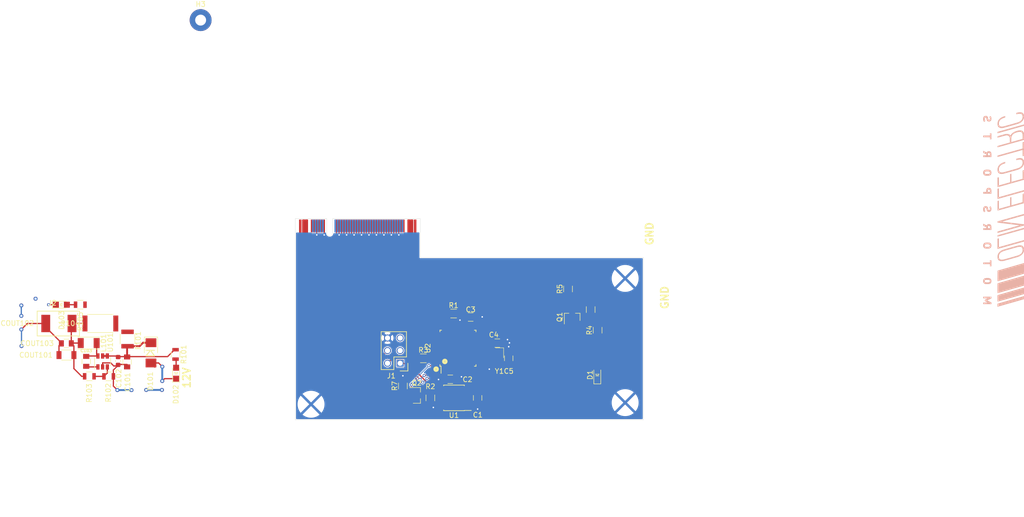
<source format=kicad_pcb>
(kicad_pcb (version 20211014) (generator pcbnew)
  (layers (0 "F.Cu" signal) (31 "B.Cu" signal) (34 "B.Paste" user) (35 "F.Paste" user) (36 "B.SilkS" user "B.Silkscreen") (37 "F.SilkS" user "F.Silkscreen") (38 "B.Mask" user) (39 "F.Mask" user) (44 "Edge.Cuts" user))
  (net 0 "")
  (net 1 "GND")
  (net 2 "Net-(C101-Pad1)")
  (net 3 "Net-(C103-Pad2)")
  (net 4 "Net-(C103-Pad1)")
  (net 5 "Net-(COUT101-Pad1)")
  (net 6 "Net-(D102-Pad2)")
  (net 7 "Net-(D103-Pad2)")
  (net 8 "Net-(R102-Pad1)")
  (net 9 "+5V")
  (net 10 "+BATT")
  (net 11 "Net-(C3-Pad1)")
  (net 12 "Net-(C4-Pad1)")
  (net 13 "Net-(C5-Pad1)")
  (net 14 "/MISO")
  (net 15 "/SCK")
  (net 16 "/MOSI")
  (net 17 "/RESET")
  (net 18 "/CAN_+")
  (net 19 "/CAN_-")
  (net 20 "/CAN_TX")
  (net 21 "/CAN_RX")
  (net 23 "Net-(D1-Pad2)")
  (net 26 "/PB0")
  (net 27 "/PB1")
  (net 28 "/PB2")
  (net 29 "/PB3")
  (net 30 "/PB4")
  (net 31 "/PB5")
  (net 33 "/PB6")
  (net 34 "/PB7")
  (net 35 "/PC0")
  (net 36 "/PC1")
  (net 37 "/PC4")
  (net 38 "/PC5")
  (net 39 "/PC6")
  (net 40 "/PC7")
  (net 41 "/PD0")
  (net 42 "/PD5")
  (net 78 "/SHDN_IN")
  (net 79 "/SHDN_OUT")
  (net 81 "/SHDN_SENSE")
  (net 82 "/CAN_TERM_EN")
  (net 83 "Net-(Q2-Pad3)")
  (net 84 "/PD7")
  (footprint "footprints:Fuse_1210" (layer "F.Cu") (at 50.959 161.196 90)
    (fp_text reference "F101")
    (fp_text value "F_500mA_16V" hide)
  )
  (footprint "footprints:R_2512_OEM" (layer "F.Cu") (at 45.4968 158.06892 180)
    (fp_text reference "R104")
    (fp_text value "R_0_2512" hide)
  )
  (footprint "footprints:SOT-23-6_OEM" (layer "F.Cu") (at 45.9474 165.7092 90)
    (fp_text reference "U101")
    (fp_text value "TPS560430YF" hide)
  )
  (footprint "footprints:R_0805_OEM" (layer "F.Cu") (at 41.4566 154.2906 180)
    (fp_text reference "R105")
    (fp_text value "R_200" hide)
  )
  (footprint "footprints:R_0805_OEM" (layer "F.Cu") (at 47.16678 168.71152)
    (fp_text reference "R102")
    (fp_text value "R_25K" hide)
  )
  (footprint "footprints:Fuse_1812" (layer "F.Cu") (at 39.7957 158.074 180)
    (fp_text reference "COUT102")
    (fp_text value "C_33uF" hide)
  )
  (footprint "footprints:C_0805_OEM" (layer "F.Cu") (at 38.6527 162.0745 180)
    (fp_text reference "COUT103")
    (fp_text value "C_47uF" hide)
  )
  (footprint "footprints:DO-214AA" (layer "F.Cu") (at 55.6707 163.9795 -90)
    (fp_text reference "D101")
    (fp_text value "D_Zener_18V" hide)
  )
  (footprint "footprints:LED_0805_OEM" (layer "F.Cu") (at 37.6566 154.2906)
    (fp_text reference "D103")
    (fp_text value "LED_0805" hide)
  )
  (footprint "footprints:C_1206_OEM" (layer "F.Cu") (at 38.6767 164.424 180)
    (fp_text reference "COUT101")
    (fp_text value "C_22uF" hide)
  )
  (footprint "footprints:LED_0805_OEM" (layer "F.Cu") (at 60.725 168.075 90)
    (fp_text reference "D102")
    (fp_text value "LED_0805" hide)
  )
  (footprint "footprints:C_0805_OEM" (layer "F.Cu") (at 42.6532 165.694 90)
    (fp_text reference "C103")
    (fp_text value "C_0.1uF" hide)
  )
  (footprint "footprints:R_0805_OEM" (layer "F.Cu") (at 43.28058 168.69628)
    (fp_text reference "R103")
    (fp_text value "R_100K" hide)
  )
  (footprint "footprints:C_0805_OEM" (layer "F.Cu") (at 50.87264 165.805 -90)
    (fp_text reference "C101")
    (fp_text value "C_0.1uF" hide)
  )
  (footprint "footprints:C_0603_1608Metric" (layer "F.Cu") (at 49.0667 165.6145 -90)
    (fp_text reference "C102")
    (fp_text value "C_2.2uF")
  )
  (footprint "footprints:L_100uH_OEM" (layer "F.Cu") (at 43.1483 162.00846 180)
    (fp_text reference "L101")
    (fp_text value "L_100uH" hide)
  )
  (footprint "footprints:R_0805_OEM" (layer "F.Cu") (at 60.611 164.297 -90)
    (fp_text reference "R101")
    (fp_text value "R_1K" hide)
  )
  (footprint "footprints:LED_0805_OEM" (layer "F.Cu") (at 145.4 168.425 90)
    (fp_text reference "D1")
    (fp_text value "LED_0805" hide)
  )
  (footprint "footprints:Automotive_M.2_Edge_Connector" (layer "F.Cu") (at 97.2338 136.9554)
    (fp_text reference "J2")
    (fp_text value "M.2_BoardEdge" hide)
    (fp_line (start -12.55 0) (end -6.225 0) (layer "Edge.Cuts") (width 0.05))
    (fp_line (start -6.225 2.9) (end -6.225 0) (layer "Edge.Cuts") (width 0.05))
    (fp_line (start -12.55 0) (end -12.55 6.5) (layer "Edge.Cuts") (width 0.05))
    (fp_line (start -5.025 0) (end 12.55 0) (layer "Edge.Cuts") (width 0.05))
    (fp_line (start -5.025 2.9) (end -5.025 0) (layer "Edge.Cuts") (width 0.05))
    (fp_line (start 12.55 0) (end 12.55 6.5) (layer "Edge.Cuts") (width 0.05))
    (fp_arc (start -5.025 2.9) (mid -5.625 3.5) (end -6.225 2.9) (layer "Edge.Cuts") (width 0.05))
  )
  (footprint "footprints:SOIC-8_3.9x4.9mm_Pitch1.27mm_OEM" (layer "F.Cu") (at 116.589523 173.044141 180)
    (fp_text reference "U1")
    (fp_text value "MCP2561-E_SN" hide)
  )
  (footprint "MountingHole:MountingHole_2.2mm_M2_Pad" (layer "F.Cu") (at 65.6526 97.0216)
    (fp_text reference "H3")
    (fp_text value "MountingHole_Pad")
  )
  (footprint "footprints:R_0805_OEM" (layer "F.Cu") (at 111.839523 173.044141 90)
    (fp_text reference "R2")
    (fp_text value "R_120_DNP" hide)
  )
  (footprint "footprints:C_0805_OEM" (layer "F.Cu") (at 125.303323 162.026741)
    (fp_text reference "C4")
    (fp_text value "C_30pF" hide)
  )
  (footprint "footprints:C_0805_OEM" (layer "F.Cu") (at 115.839523 169.294141 180)
    (fp_text reference "C2")
    (fp_text value "C_0.1uF" hide)
  )
  (footprint "footprints:C_0805_OEM" (layer "F.Cu") (at 121.339523 173.044141 -90)
    (fp_text reference "C1")
    (fp_text value "C_0.1uF" hide)
  )
  (footprint "footprints:Crystal_SMD_FA238" (layer "F.Cu") (at 124.964523 164.969141 -90)
    (fp_text reference "Y1")
    (fp_text value "Crystal_SMD" hide)
  )
  (footprint "footprints:R_0805_OEM" (layer "F.Cu") (at 106.314523 170.644141 90)
    (fp_text reference "R7")
    (fp_text value "R_10K" hide)
  )
  (footprint "footprints:C_0805_OEM" (layer "F.Cu") (at 119.939523 156.769141)
    (fp_text reference "C3")
    (fp_text value "C_100pF" hide)
  )
  (footprint "footprints:SOT-23F" (layer "F.Cu") (at 140.35 156.775 90)
    (fp_text reference "Q1")
    (fp_text value "SSM3K333R" hide)
  )
  (footprint "footprints:R_0805_OEM" (layer "F.Cu") (at 139.515 151.125 90)
    (fp_text reference "R5")
    (fp_text value "R_100K" hide)
  )
  (footprint "footprints:R_0805_OEM" (layer "F.Cu") (at 110.429923 165.076141)
    (fp_text reference "R3")
    (fp_text value "R_10K" hide)
  )
  (footprint "footprints:R_0805_OEM" (layer "F.Cu") (at 144.065 155.275 90)
    (fp_text reference "R6" hide)
    (fp_text value "R_10K" hide)
  )
  (footprint "footprints:SOT-23F" (layer "F.Cu") (at 109.089523 172.544141)
    (fp_text reference "Q2")
    (fp_text value "SSM3K333R" hide)
  )
  (footprint "footprints:TQFP-32_7x7mm_Pitch0.8mm" (layer "F.Cu") (at 117.389523 163.044141 90)
    (fp_text reference "U2")
    (fp_text value "ATMEGA16M1" hide)
  )
  (footprint "footprints:C_0805_OEM" (layer "F.Cu") (at 127.589323 165.074741 90)
    (fp_text reference "C5")
    (fp_text value "C_30pF" hide)
  )
  (footprint "footprints:Pin_Header_Straight_2x03" (layer "F.Cu") (at 105.764523 166.069141 180)
    (fp_text reference "J1")
    (fp_text value "CONN_02X03" hide)
  )
  (footprint "footprints:R_0805_OEM" (layer "F.Cu") (at 116.514523 156.069141)
    (fp_text reference "R1")
    (fp_text value "R_100" hide)
  )
  (footprint "footprints:R_0805_OEM" (layer "F.Cu") (at 145.465 159.425 90)
    (fp_text reference "R4")
    (fp_text value "R_1K" hide)
  )
  (footprint "footprints:Logo_Large" (layer "B.Cu") (at 227.076 135.1534 90)
    (fp_text reference "G***" hide)
    (fp_text value "LOGO" hide)
  )
  (gr_line (start 84.6838 143.4554) (end 84.6838 177.4698) (layer "Edge.Cuts") (width 0.05))
  (gr_line (start 154.686 177.4698) (end 154.686 144.78) (layer "Edge.Cuts") (width 0.05))
  (gr_line (start 154.686 144.78) (end 109.7838 144.78) (layer "Edge.Cuts") (width 0.05))
  (gr_line (start 84.6838 177.4698) (end 154.686 177.4698) (layer "Edge.Cuts") (width 0.05))
  (gr_line (start 109.7838 144.78) (end 109.7838 143.4554) (layer "Edge.Cuts") (width 0.05))
  (gr_text "GND" (at 158.9532 152.8572 90) (layer "F.SilkS") (effects (font (size 1.5 1.5) (thickness 0.3))))
  (gr_text "12V" (at 62.85522 169.004945 90) (layer "F.SilkS") (effects (font (size 1.5 1.5) (thickness 0.3))))
  (gr_text "GND" (at 155.9052 140.0048 90) (layer "F.SilkS") (effects (font (size 1.5 1.5) (thickness 0.3))))
  (segment (start 96.4838 138.4554) (end 96.4838 140.2338) (width 0.1524) (layer "F.Cu") (net 1))
  (segment (start 58.40762 169.175) (end 57.93638 169.64624) (width 0.254) (layer "F.Cu") (net 1))
  (segment (start 97.9838 140.2338) (end 98 140.25) (width 0.1524) (layer "F.Cu") (net 1))
  (segment (start 102.4838 138.4554) (end 102.4838 140.2338) (width 0.1524) (layer "F.Cu") (net 1))
  (segment (start 37.6527 161.9495) (end 34.5157 158.8125) (width 0.254) (layer "F.Cu") (net 1))
  (segment (start 117.789523 158.794141) (end 117.789523 157.394141) (width 0.1524) (layer "F.Cu") (net 1))
  (segment (start 97.9838 138.4554) (end 97.9838 140.2338) (width 0.1524) (layer "F.Cu") (net 1))
  (segment (start 54.6801 171.48266) (end 54.7182 171.44456) (width 0.381) (layer "F.Cu") (net 1))
  (segment (start 121.339523 174.044141) (end 121.339523 175.294141) (width 0.1524) (layer "F.Cu") (net 1))
  (segment (start 88.9838 140.2338) (end 89 140.25) (width 0.1524) (layer "F.Cu") (net 1))
  (segment (start 120.939523 156.769141) (end 122.239523 156.769141) (width 0.1524) (layer "F.Cu") (net 1))
  (segment (start 48.11678 167.43942) (end 48.9417 166.6145) (width 0.254) (layer "F.Cu") (net 1))
  (segment (start 30.80664 158.074) (end 29.60522 159.27542) (width 0.254) (layer "F.Cu") (net 1))
  (segment (start 47.572999 165.999799) (end 45.972801 165.999799) (width 0.254) (layer "F.Cu") (net 1))
  (segment (start 105.4838 138.4554) (end 105.4838 140.2338) (width 0.1524) (layer "F.Cu") (net 1))
  (segment (start 37.1767 162.5505) (end 37.6527 162.0745) (width 0.254) (layer "F.Cu") (net 1))
  (segment (start 57.87288 169.70974) (end 57.93638 169.64624) (width 0.381) (layer "F.Cu") (net 1))
  (segment (start 57.1947 166.0115) (end 57.94908 166.76588) (width 0.254) (layer "F.Cu") (net 1))
  (segment (start 120.974523 173.679141) (end 121.339523 174.044141) (width 0.1524) (layer "F.Cu") (net 1))
  (segment (start 60.725 169.175) (end 58.40762 169.175) (width 0.254) (layer "F.Cu") (net 1))
  (segment (start 48.9417 166.6145) (end 49.0667 166.6145) (width 0.254) (layer "F.Cu") (net 1))
  (segment (start 117.789523 168.494141) (end 118.089523 168.794141) (width 0.1524) (layer "F.Cu") (net 1))
  (segment (start 49.0667 166.6145) (end 48.1877 166.6145) (width 0.254) (layer "F.Cu") (net 1))
  (segment (start 122.239523 156.769141) (end 122.264523 156.744141) (width 0.1524) (layer "F.Cu") (net 1))
  (segment (start 37.6527 162.0745) (end 37.6527 161.9495) (width 0.254) (layer "F.Cu") (net 1))
  (segment (start 37.1767 164.424) (end 37.1767 162.5505) (width 0.254) (layer "F.Cu") (net 1))
  (segment (start 34.5157 158.074) (end 30.80664 158.074) (width 0.254) (layer "F.Cu") (net 1))
  (segment (start 48.1877 166.6145) (end 47.572999 165.999799) (width 0.254) (layer "F.Cu") (net 1))
  (segment (start 96.4838 140.2338) (end 96.5 140.25) (width 0.1524) (layer "F.Cu") (net 1))
  (segment (start 88.9838 138.4554) (end 88.9838 140.2338) (width 0.1524) (layer "F.Cu") (net 1))
  (segment (start 94.9838 138.4554) (end 94.9838 140.2338) (width 0.1524) (layer "F.Cu") (net 1))
  (segment (start 48.11678 168.71152) (end 48.11678 170.66736) (width 0.254) (layer "F.Cu") (net 1))
  (segment (start 93.4838 140.2338) (end 93.5 140.25) (width 0.1524) (layer "F.Cu") (net 1))
  (segment (start 103.9838 140.2338) (end 104 140.25) (width 0.1524) (layer "F.Cu") (net 1))
  (segment (start 100.9838 140.2338) (end 101 140.25) (width 0.1524) (layer "F.Cu") (net 1))
  (segment (start 55.6707 166.0115) (end 57.1947 166.0115) (width 0.254) (layer "F.Cu") (net 1))
  (segment (start 50.87264 166.31132) (end 49.36988 166.31132) (width 0.254) (layer "F.Cu") (net 1))
  (segment (start 102.4838 140.2338) (end 102.5 140.25) (width 0.1524) (layer "F.Cu") (net 1))
  (segment (start 113.889523 174.949141) (end 112.459523 174.949141) (width 0.1524) (layer "F.Cu") (net 1))
  (segment (start 100.9838 138.4554) (end 100.9838 140.2338) (width 0.1524) (layer "F.Cu") (net 1))
  (segment (start 90.4838 140.2338) (end 90.5 140.25) (width 0.1524) (layer "F.Cu") (net 1))
  (segment (start 90.4838 138.4554) (end 90.4838 140.2338) (width 0.1524) (layer "F.Cu") (net 1))
  (segment (start 55.8612 166.0115) (end 55.6707 166.0115) (width 0.1524) (layer "F.Cu") (net 1))
  (segment (start 99.4838 138.4554) (end 99.4838 140.2338) (width 0.1524) (layer "F.Cu") (net 1))
  (segment (start 49.36988 166.31132) (end 49.0667 166.6145) (width 0.254) (layer "F.Cu") (net 1))
  (segment (start 119.289523 173.679141) (end 120.974523 173.679141) (width 0.1524) (layer "F.Cu") (net 1))
  (segment (start 114.916323 169.343341) (end 113.477923 169.343341) (width 0.1524) (layer "F.Cu") (net 1))
  (segment (start 48.11678 168.71152) (end 48.11678 167.43942) (width 0.254) (layer "F.Cu") (net 1))
  (segment (start 99.4838 140.2338) (end 99.5 140.25) (width 0.1524) (layer "F.Cu") (net 1))
  (segment (start 36.5566 154.2906) (end 35.071 154.2906) (width 0.254) (layer "F.Cu") (net 1))
  (segment (start 93.4838 138.4554) (end 93.4838 140.2338) (width 0.1524) (layer "F.Cu") (net 1))
  (segment (start 123.663523 167.235341) (end 123.688723 167.260541) (width 0.1524) (layer "F.Cu") (net 1))
  (segment (start 56.42508 166.76588) (end 55.6707 166.0115) (width 0.381) (layer "F.Cu") (net 1))
  (segment (start 29.60522 154.43926) (end 29.50362 154.33766) (width 0.25) (layer "F.Cu") (net 1))
  (segment (start 123.663523 165.871341) (end 123.663523 167.235341) (width 0.1524) (layer "F.Cu") (net 1))
  (segment (start 117.789523 167.294141) (end 117.789523 168.494141) (width 0.1524) (layer "F.Cu") (net 1))
  (segment (start 34.5157 158.8125) (end 34.5157 158.074) (width 0.254) (layer "F.Cu") (net 1))
  (segment (start 112.459523 174.949141) (end 112.439523 174.969141) (width 0.1524) (layer "F.Cu") (net 1))
  (segment (start 45.972801 165.999799) (end 45.9474 166.0252) (width 0.254) (layer "F.Cu") (net 1))
  (segment (start 94.9838 140.2338) (end 95 140.25) (width 0.1524) (layer "F.Cu") (net 1))
  (segment (start 45.9474 166.0252) (end 45.9474 166.8092) (width 0.254) (layer "F.Cu") (net 1))
  (segment (start 103.9838 138.4554) (end 103.9838 140.2338) (width 0.1524) (layer "F.Cu") (net 1))
  (segment (start 48.11678 170.66736) (end 48.91938 171.46996) (width 0.254) (layer "F.Cu") (net 1))
  (segment (start 117.795923 167.300541) (end 117.789523 167.294141) (width 0.1524) (layer "F.Cu") (net 1))
  (segment (start 106.314523 169.694141) (end 106.314523 168.594141) (width 0.1524) (layer "F.Cu") (net 1))
  (segment (start 105.4838 140.2338) (end 105.5 140.25) (width 0.1524) (layer "F.Cu") (net 1))
  (via (at 104 140.25) (size 0.6096) (drill 0.3048) (layers "F.Cu" "B.Cu") (net 1))
  (via (at 123.688723 167.260541) (size 0.6096) (drill 0.3048) (layers "F.Cu" "B.Cu") (net 1))
  (via (at 57.94908 166.76588) (size 0.8) (drill 0.4) (layers "F.Cu" "B.Cu") (net 1))
  (via (at 127.589323 162.737941) (size 0.6096) (drill 0.3048) (layers "F.Cu" "B.Cu") (net 1))
  (via (at 29.60522 154.43926) (size 0.8) (drill 0.4) (layers "F.Cu" "B.Cu") (net 1))
  (via (at 122.264523 156.744141) (size 0.6096) (drill 0.3048) (layers "F.Cu" "B.Cu") (net 1))
  (via (at 96.5 140.25) (size 0.6096) (drill 0.3048) (layers "F.Cu" "B.Cu") (net 1))
  (via (at 118.089523 168.794141) (size 0.6096) (drill 0.3048) (layers "F.Cu" "B.Cu") (net 1))
  (via (at 98 140.25) (size 0.6096) (drill 0.3048) (layers "F.Cu" "B.Cu") (net 1))
  (via (at 102.5 140.25) (size 0.6096) (drill 0.3048) (layers "F.Cu" "B.Cu") (net 1))
  (via (at 29.60522 156.53984) (size 0.8) (drill 0.4) (layers "F.Cu" "B.Cu") (net 1))
  (via (at 54.7182 171.44456) (size 0.8) (drill 0.4) (layers "F.Cu" "B.Cu") (net 1))
  (via (at 35.071 154.2906) (size 0.6096) (drill 0.3048) (layers "F.Cu" "B.Cu") (net 1))
  (via (at 106.314523 168.594141) (size 0.6096) (drill 0.3048) (layers "F.Cu" "B.Cu") (net 1))
  (via (at 90.5 140.25) (size 0.6096) (drill 0.3048) (layers "F.Cu" "B.Cu") (net 1))
  (via (at 127.346323 161.316941) (size 0.6096) (drill 0.3048) (layers "F.Cu" "B.Cu") (net 1))
  (via (at 29.64078 162.61044) (size 0.8) (drill 0.4) (layers "F.Cu" "B.Cu") (net 1))
  (via (at 117.789523 157.394141) (size 0.6096) (drill 0.3048) (layers "F.Cu" "B.Cu") (net 1))
  (via (at 89 140.25) (size 0.6096) (drill 0.3048) (layers "F.Cu" "B.Cu") (net 1))
  (via (at 93.5 140.25) (size 0.6096) (drill 0.3048) (layers "F.Cu" "B.Cu") (net 1))
  (via (at 105.5 140.25) (size 0.6096) (drill 0.3048) (layers "F.Cu" "B.Cu") (net 1))
  (via (at 57.93638 169.64624) (size 0.8) (drill 0.4) (layers "F.Cu" "B.Cu") (net 1))
  (via (at 121.339523 175.294141) (size 0.6096) (drill 0.3048) (layers "F.Cu" "B.Cu") (net 1))
  (via (at 99.5 140.25) (size 0.6096) (drill 0.3048) (layers "F.Cu" "B.Cu") (net 1))
  (via (at 95 140.25) (size 0.6096) (drill 0.3048) (layers "F.Cu" "B.Cu") (net 1))
  (via (at 51.74894 171.48266) (size 0.8) (drill 0.4) (layers "F.Cu" "B.Cu") (net 1))
  (via (at 57.87288 171.44456) (size 0.8) (drill 0.4) (layers "F.Cu" "B.Cu") (net 1))
  (via (at 112.439523 174.969141) (size 0.6096) (drill 0.3048) (layers "F.Cu" "B.Cu") (net 1))
  (via (at 32.47034 153.08544) (size 0.8) (drill 0.4) (layers "F.Cu" "B.Cu") (net 1))
  (via (at 113.477923 169.343341) (size 0.6096) (drill 0.3048) (layers "F.Cu" "B.Cu") (net 1))
  (via (at 29.60522 159.27542) (size 0.8) (drill 0.4) (layers "F.Cu" "B.Cu") (net 1))
  (via (at 48.91938 171.46996) (size 0.8) (drill 0.4) (layers "F.Cu" "B.Cu") (net 1))
  (via (at 127.741723 161.975941) (size 0.6096) (drill 0.3048) (layers "F.Cu" "B.Cu") (net 1))
  (via (at 101 140.25) (size 0.6096) (drill 0.3048) (layers "F.Cu" "B.Cu") (net 1))
  (segment (start 57.93638 166.77858) (end 57.94908 166.76588) (width 0.381) (layer "B.Cu") (net 1))
  (segment (start 29.64078 159.31098) (end 29.60522 159.27542) (width 0.25) (layer "B.Cu") (net 1))
  (segment (start 29.60522 154.43926) (end 29.60522 155.004945) (width 0.25) (layer "B.Cu") (net 1))
  (segment (start 29.60522 155.004945) (end 29.60268 155.007485) (width 0.25) (layer "B.Cu") (net 1))
  (segment (start 57.93638 169.64624) (end 57.93638 166.77858) (width 0.381) (layer "B.Cu") (net 1))
  (segment (start 55.283885 171.44456) (end 57.87288 171.44456) (width 0.381) (layer "B.Cu") (net 1))
  (segment (start 54.7182 171.44456) (end 55.283885 171.44456) (width 0.381) (layer "B.Cu") (net 1))
  (segment (start 29.60268 155.007485) (end 29.60268 156.5373) (width 0.25) (layer "B.Cu") (net 1))
  (segment (start 29.60268 156.5373) (end 29.60522 156.53984) (width 0.25) (layer "B.Cu") (net 1))
  (segment (start 29.64078 162.61044) (end 29.64078 159.31098) (width 0.25) (layer "B.Cu") (net 1))
  (segment (start 48.91938 171.46996) (end 51.73624 171.46996) (width 0.381) (layer "B.Cu") (net 1))
  (segment (start 51.73624 171.46996) (end 51.74894 171.48266) (width 0.381) (layer "B.Cu") (net 1))
  (segment (start 55.83834 161.77986) (end 55.6707 161.9475) (width 0.381) (layer "F.Cu") (net 2))
  (segment (start 51.44764 164.73632) (end 50.87264 164.73632) (width 0.254) (layer "F.Cu") (net 2))
  (segment (start 46.8974 164.6092) (end 45.9474 164.6092) (width 0.381) (layer "F.Cu") (net 2))
  (segment (start 55.71834 161.89986) (end 55.6707 161.9475) (width 0.381) (layer "F.Cu") (net 2))
  (segment (start 49.18852 164.73632) (end 49.0667 164.6145) (width 0.254) (layer "F.Cu") (net 2))
  (segment (start 54.0705 161.9475) (end 53.372 162.646) (width 0.381) (layer "F.Cu") (net 2))
  (segment (start 50.87264 162.73236) (end 50.959 162.646) (width 0.381) (layer "F.Cu") (net 2))
  (segment (start 60.425 163.325) (end 59.01368 164.73632) (width 0.254) (layer "F.Cu") (net 2))
  (segment (start 55.6707 161.9475) (end 54.0705 161.9475) (width 0.381) (layer "F.Cu") (net 2))
  (segment (start 49.0667 164.6145) (end 46.9027 164.6145) (width 0.254) (layer "F.Cu") (net 2))
  (segment (start 50.87264 164.805) (end 50.87264 162.73236) (width 0.381) (layer "F.Cu") (net 2))
  (segment (start 60.725 163.325) (end 60.425 163.325) (width 0.254) (layer "F.Cu") (net 2))
  (segment (start 50.87264 164.73632) (end 49.18852 164.73632) (width 0.254) (layer "F.Cu") (net 2))
  (segment (start 53.372 162.646) (end 50.959 162.646) (width 0.381) (layer "F.Cu") (net 2))
  (segment (start 59.01368 164.73632) (end 51.44764 164.73632) (width 0.254) (layer "F.Cu") (net 2))
  (segment (start 46.9027 164.6145) (end 46.8974 164.6092) (width 0.254) (layer "F.Cu") (net 2))
  (segment (start 44.7483 162.00846) (end 44.7483 164.3601) (width 0.254) (layer "F.Cu") (net 3))
  (segment (start 44.9974 164.6092) (end 42.738 164.6092) (width 0.254) (layer "F.Cu") (net 3))
  (segment (start 44.9974 162.25756) (end 44.7483 162.00846) (width 0.25) (layer "F.Cu") (net 3))
  (segment (start 44.7483 164.3601) (end 44.9974 164.6092) (width 0.254) (layer "F.Cu") (net 3))
  (segment (start 42.738 164.6092) (end 42.6532 164.694) (width 0.254) (layer "F.Cu") (net 3))
  (segment (start 42.7684 166.8092) (end 42.6532 166.694) (width 0.254) (layer "F.Cu") (net 4))
  (segment (start 44.9974 166.8092) (end 42.7684 166.8092) (width 0.254) (layer "F.Cu") (net 4))
  (segment (start 39.80078 158.06892) (end 39.7957 158.074) (width 0.254) (layer "F.Cu") (net 5))
  (segment (start 40.1767 164.424) (end 40.1767 162.5985) (width 0.254) (layer "F.Cu") (net 5))
  (segment (start 40.1767 167.1464) (end 41.72658 168.69628) (width 0.254) (layer "F.Cu") (net 5))
  (segment (start 41.72658 168.69628) (end 42.33058 168.69628) (width 0.254) (layer "F.Cu") (net 5))
  (segment (start 39.6527 162.0745) (end 39.6527 158.217) (width 0.254) (layer "F.Cu") (net 5))
  (segment (start 39.71874 162.00846) (end 39.6527 162.0745) (width 0.254) (layer "F.Cu") (net 5))
  (segment (start 42.3968 158.06892) (end 39.80078 158.06892) (width 0.254) (layer "F.Cu") (net 5))
  (segment (start 39.65346 158.21624) (end 39.7957 158.074) (width 0.25) (layer "F.Cu") (net 5))
  (segment (start 42.39172 158.074) (end 42.3968 158.06892) (width 0.25) (layer "F.Cu") (net 5))
  (segment (start 40.1767 162.5985) (end 39.6527 162.0745) (width 0.254) (layer "F.Cu") (net 5))
  (segment (start 40.1767 164.424) (end 40.1767 167.1464) (width 0.254) (layer "F.Cu") (net 5))
  (segment (start 39.6527 158.217) (end 39.7957 158.074) (width 0.254) (layer "F.Cu") (net 5))
  (segment (start 42.33058 168.69628) (end 42.33058 168.99628) (width 0.25) (layer "F.Cu") (net 5))
  (segment (start 39.74236 162.00846) (end 39.65346 162.09736) (width 0.25) (layer "F.Cu") (net 5))
  (segment (start 41.5483 162.00846) (end 39.71874 162.00846) (width 0.254) (layer "F.Cu") (net 5))
  (segment (start 60.725 166.975) (end 60.725 165.225) (width 0.254) (layer "F.Cu") (net 6))
  (segment (start 40.5066 154.2906) (end 38.7566 154.2906) (width 0.254) (layer "F.Cu") (net 7))
  (segment (start 46.21678 168.71152) (end 46.8974 168.0309) (width 0.254) (layer "F.Cu") (net 8))
  (segment (start 46.8974 168.0309) (end 46.8974 166.8092) (width 0.254) (layer "F.Cu") (net 8))
  (segment (start 44.24582 168.71152) (end 44.23058 168.69628) (width 0.254) (layer "F.Cu") (net 8))
  (segment (start 46.21678 168.71152) (end 44.24582 168.71152) (width 0.254) (layer "F.Cu") (net 8))
  (segment (start 115.935123 170.198541) (end 111.443923 170.198541) (width 0.254) (layer "F.Cu") (net 9))
  (segment (start 116.916323 167.367341) (end 116.989523 167.294141) (width 0.1524) (layer "F.Cu") (net 9))
  (segment (start 119.289523 172.409141) (end 120.974523 172.409141) (width 0.1524) (layer "F.Cu") (net 9))
  (segment (start 116.839523 169.294141) (end 115.935123 170.198541) (width 0.254) (layer "F.Cu") (net 9))
  (segment (start 109.479923 165.076141) (end 104.217523 165.076141) (width 0.254) (layer "F.Cu") (net 9))
  (segment (start 111.443923 170.198541) (end 109.479923 168.234541) (width 0.254) (layer "F.Cu") (net 9))
  (segment (start 109.479923 168.234541) (end 109.479923 165.076141) (width 0.254) (layer "F.Cu") (net 9))
  (segment (start 116.916323 169.343341) (end 116.916323 167.367341) (width 0.1524) (layer "F.Cu") (net 9))
  (segment (start 104.217523 165.076141) (end 103.224523 166.069141) (width 0.254) (layer "F.Cu") (net 9))
  (segment (start 120.974523 172.409141) (end 121.339523 172.044141) (width 0.1524) (layer "F.Cu") (net 9))
  (segment (start 85.75 142.75) (end 85.6838 142.6838) (width 0.381) (layer "F.Cu") (net 10))
  (segment (start 85.6838 138.6054) (end 85.6838 142.6838) (width 0.381) (layer "F.Cu") (net 10))
  (segment (start 118.624723 158.758941) (end 118.589523 158.794141) (width 0.1524) (layer "F.Cu") (net 11))
  (segment (start 117.464523 156.069141) (end 118.239523 156.069141) (width 0.1524) (layer "F.Cu") (net 11))
  (segment (start 118.589523 157.119141) (end 118.939523 156.769141) (width 0.1524) (layer "F.Cu") (net 11))
  (segment (start 118.239523 156.069141) (end 118.939523 156.769141) (width 0.1524) (layer "F.Cu") (net 11))
  (segment (start 118.589523 158.794141) (end 118.589523 157.119141) (width 0.1524) (layer "F.Cu") (net 11))
  (segment (start 124.303323 162.026741) (end 124.303323 163.730341) (width 0.1524) (layer "F.Cu") (net 12))
  (segment (start 123.465723 163.869141) (end 123.090723 164.244141) (width 0.1524) (layer "F.Cu") (net 12))
  (segment (start 124.164523 163.869141) (end 123.465723 163.869141) (width 0.1524) (layer "F.Cu") (net 12))
  (segment (start 123.090723 164.244141) (end 121.639523 164.244141) (width 0.1524) (layer "F.Cu") (net 12))
  (segment (start 124.839523 165.044141) (end 125.764523 165.969141) (width 0.1524) (layer "F.Cu") (net 13))
  (segment (start 127.583723 166.069141) (end 127.589323 166.074741) (width 0.1524) (layer "F.Cu") (net 13))
  (segment (start 125.764523 166.069141) (end 127.583723 166.069141) (width 0.1524) (layer "F.Cu") (net 13))
  (segment (start 121.639523 165.044141) (end 124.839523 165.044141) (width 0.1524) (layer "F.Cu") (net 13))
  (segment (start 110.663733 168.470959) (end 110.602776 168.531916) (width 0.1524) (layer "F.Cu") (net 14))
  (segment (start 114.589523 167.294141) (end 113.093159 167.294141) (width 0.1524) (layer "F.Cu") (net 14))
  (segment (start 106.489045 166.069141) (end 105.764523 166.069141) (width 0.1524) (layer "F.Cu") (net 14))
  (segment (start 111.916341 168.470959) (end 110.663733 168.470959) (width 0.1524) (layer "F.Cu") (net 14))
  (segment (start 113.093159 167.294141) (end 111.916341 168.470959) (width 0.1524) (layer "F.Cu") (net 14))
  (segment (start 109.764284 169.34438) (end 106.489045 166.069141) (width 0.1524) (layer "F.Cu") (net 14))
  (via (at 109.764284 169.34438) (size 0.6096) (drill 0.3048) (layers "F.Cu" "B.Cu") (net 14))
  (via (at 110.602776 168.531916) (size 0.6096) (drill 0.3048) (layers "F.Cu" "B.Cu") (net 14))
  (segment (start 110.576748 168.531916) (end 109.764284 169.34438) (width 0.1524) (layer "B.Cu") (net 14))
  (segment (start 110.602776 168.531916) (end 110.576748 168.531916) (width 0.1524) (layer "B.Cu") (net 14))
  (segment (start 112.495611 168.322741) (end 111.71195 169.106402) (width 0.1524) (layer "F.Cu") (net 16))
  (segment (start 102.514523 167.144141) (end 102.214523 166.844141) (width 0.1524) (layer "F.Cu") (net 16))
  (segment (start 115.389523 167.294141) (end 115.389523 168.026341) (width 0.1524) (layer "F.Cu") (net 16))
  (segment (start 115.389523 168.026341) (end 115.093123 168.322741) (width 0.1524) (layer "F.Cu") (net 16))
  (segment (start 115.093123 168.322741) (end 112.495611 168.322741) (width 0.1524) (layer "F.Cu") (net 16))
  (segment (start 110.302748 169.882844) (end 109.548406 169.882844) (width 0.1524) (layer "F.Cu") (net 16))
  (segment (start 109.230884 169.565322) (end 109.230884 169.485502) (width 0.1524) (layer "F.Cu") (net 16))
  (segment (start 102.214523 166.844141) (end 102.214523 164.539141) (width 0.1524) (layer "F.Cu") (net 16))
  (segment (start 102.214523 164.539141) (end 103.224523 163.529141) (width 0.1524) (layer "F.Cu") (net 16))
  (segment (start 109.548406 169.882844) (end 109.230884 169.565322) (width 0.1524) (layer "F.Cu") (net 16))
  (segment (start 109.230884 169.485502) (end 106.889523 167.144141) (width 0.1524) (layer "F.Cu") (net 16))
  (segment (start 106.889523 167.144141) (end 102.514523 167.144141) (width 0.1524) (layer "F.Cu") (net 16))
  (segment (start 111.71195 169.106402) (end 111.177262 169.106402) (width 0.1524) (layer "F.Cu") (net 16))
  (via (at 111.177262 169.106402) (size 0.6096) (drill 0.3048) (layers "F.Cu" "B.Cu") (net 16))
  (via (at 110.302748 169.882844) (size 0.6096) (drill 0.3048) (layers "F.Cu" "B.Cu") (net 16))
  (segment (start 110.40082 169.882844) (end 110.302748 169.882844) (width 0.1524) (layer "B.Cu") (net 16))
  (segment (start 111.177262 169.106402) (end 110.40082 169.882844) (width 0.1524) (layer "B.Cu") (net 16))
  (segment (start 111.379923 165.076141) (end 113.107523 165.076141) (width 0.1524) (layer "F.Cu") (net 17))
  (segment (start 113.107523 165.076141) (end 113.139523 165.044141) (width 0.1524) (layer "F.Cu") (net 17))
  (segment (start 113.574523 173.994141) (end 113.889523 173.679141) (width 0.1524) (layer "F.Cu") (net 18))
  (segment (start 111.839523 173.994141) (end 113.574523 173.994141) (width 0.1524) (layer "F.Cu") (net 18))
  (segment (start 111.639523 174.194141) (end 106.097762 174.194141) (width 0.1524) (layer "F.Cu") (net 18))
  (segment (start 111.839523 173.994141) (end 111.639523 174.194141) (width 0.1524) (layer "F.Cu") (net 18))
  (segment (start 105.828814 173.494141) (end 108.039523 173.494141) (width 0.1524) (layer "F.Cu") (net 19))
  (segment (start 113.414523 172.409141) (end 112.408123 173.415541) (width 0.1524) (layer "F.Cu") (net 19))
  (segment (start 112.408123 173.415541) (end 108.118123 173.415541) (width 0.1524) (layer "F.Cu") (net 19))
  (segment (start 113.889523 172.409141) (end 113.414523 172.409141) (width 0.1524) (layer "F.Cu") (net 19))
  (segment (start 108.118123 173.415541) (end 108.039523 173.494141) (width 0.1524) (layer "F.Cu") (net 19))
  (segment (start 118.622923 170.273541) (end 118.285923 170.610541) (width 0.1524) (layer "F.Cu") (net 20))
  (segment (start 118.589523 167.294141) (end 118.622923 167.327541) (width 0.1524) (layer "F.Cu") (net 20))
  (segment (start 118.622923 167.327541) (end 118.622923 170.273541) (width 0.1524) (layer "F.Cu") (net 20))
  (segment (start 118.285923 170.610541) (end 118.285923 174.740541) (width 0.1524) (layer "F.Cu") (net 20))
  (segment (start 118.494523 174.949141) (end 119.289523 174.949141) (width 0.1524) (layer "F.Cu") (net 20))
  (segment (start 118.285923 174.740541) (end 118.494523 174.949141) (width 0.1524) (layer "F.Cu") (net 20))
  (segment (start 119.389523 171.039141) (end 119.289523 171.139141) (width 0.1524) (layer "F.Cu") (net 21))
  (segment (start 119.389523 167.294141) (end 119.389523 171.039141) (width 0.1524) (layer "F.Cu") (net 21))
  (segment (start 128.315775 169.248941) (end 124.185871 169.248941) (width 0.1524) (layer "F.Cu") (net 26))
  (segment (start 129.394323 168.170393) (end 128.315775 169.248941) (width 0.1524) (layer "F.Cu") (net 26))
  (segment (start 122.722035 152.665341) (end 129.394323 159.337629) (width 0.1524) (layer "F.Cu") (net 26))
  (segment (start 104.885 140.1) (end 104.885 147.104098) (width 0.1524) (layer "F.Cu") (net 26))
  (segment (start 110.446243 152.665341) (end 122.722035 152.665341) (width 0.1524) (layer "F.Cu") (net 26))
  (segment (start 104.885 147.104098) (end 110.446243 152.665341) (width 0.1524) (layer "F.Cu") (net 26))
  (segment (start 104.9838 138.4554) (end 104.9838 140.0012) (width 0.1524) (layer "F.Cu") (net 26))
  (segment (start 124.185871 169.248941) (end 122.231071 167.294141) (width 0.1524) (layer "F.Cu") (net 26))
  (segment (start 129.394323 159.337629) (end 129.394323 168.170393) (width 0.1524) (layer "F.Cu") (net 26))
  (segment (start 122.231071 167.294141) (end 120.189523 167.294141) (width 0.1524) (layer "F.Cu") (net 26))
  (segment (start 104.9838 140.0012) (end 104.885 140.1) (width 0.1524) (layer "F.Cu") (net 26))
  (segment (start 128.189523 168.944141) (end 124.312123 168.944141) (width 0.1524) (layer "F.Cu") (net 27))
  (segment (start 104.4838 140.0088) (end 104.5802 140.1052) (width 0.1524) (layer "F.Cu") (net 27))
  (segment (start 104.4838 138.4554) (end 104.4838 140.0088) (width 0.1524) (layer "F.Cu") (net 27))
  (segment (start 124.312123 168.944141) (end 121.639523 166.271541) (width 0.1524) (layer "F.Cu") (net 27))
  (segment (start 104.5802 140.1052) (end 104.5802 147.23035) (width 0.1524) (layer "F.Cu") (net 27))
  (segment (start 121.639523 166.271541) (end 121.639523 165.844141) (width 0.1524) (layer "F.Cu") (net 27))
  (segment (start 110.319991 152.970141) (end 122.595783 152.970141) (width 0.1524) (layer "F.Cu") (net 27))
  (segment (start 122.595783 152.970141) (end 129.089523 159.463881) (width 0.1524) (layer "F.Cu") (net 27))
  (segment (start 129.089523 168.044141) (end 128.189523 168.944141) (width 0.1524) (layer "F.Cu") (net 27))
  (segment (start 129.089523 159.463881) (end 129.089523 168.044141) (width 0.1524) (layer "F.Cu") (net 27))
  (segment (start 104.5802 147.23035) (end 110.319991 152.970141) (width 0.1524) (layer "F.Cu") (net 27))
  (segment (start 103.0334 146.545654) (end 103.0334 138.505) (width 0.1524) (layer "F.Cu") (net 28))
  (segment (start 103.0334 138.505) (end 102.9838 138.4554) (width 0.1524) (layer "F.Cu") (net 28))
  (segment (start 110.067487 153.579741) (end 103.0334 146.545654) (width 0.1524) (layer "F.Cu") (net 28))
  (segment (start 124.228923 155.465385) (end 122.343279 153.579741) (width 0.1524) (layer "F.Cu") (net 28))
  (segment (start 124.228923 157.054741) (end 124.228923 155.465385) (width 0.1524) (layer "F.Cu") (net 28))
  (segment (start 121.639523 160.244141) (end 121.639523 159.644141) (width 0.1524) (layer "F.Cu") (net 28))
  (segment (start 121.639523 159.644141) (end 124.228923 157.054741) (width 0.1524) (layer "F.Cu") (net 28))
  (segment (start 122.343279 153.579741) (end 110.067487 153.579741) (width 0.1524) (layer "F.Cu") (net 28))
  (segment (start 115.389523 158.794141) (end 115.389523 157.841741) (width 0.1524) (layer "F.Cu") (net 29))
  (segment (start 115.241923 157.694141) (end 112.026627 157.694141) (width 0.1524) (layer "F.Cu") (net 29))
  (segment (start 98.95 144.617514) (end 98.95 138.4892) (width 0.1524) (layer "F.Cu") (net 29))
  (segment (start 115.389523 157.841741) (end 115.241923 157.694141) (width 0.1524) (layer "F.Cu") (net 29))
  (segment (start 112.026627 157.694141) (end 98.95 144.617514) (width 0.1524) (layer "F.Cu") (net 29))
  (segment (start 98.95 138.4892) (end 98.9838 138.4554) (width 0.1524) (layer "F.Cu") (net 29))
  (segment (start 114.589523 158.794141) (end 112.695575 158.794141) (width 0.1524) (layer "F.Cu") (net 30))
  (segment (start 98.5334 144.631966) (end 98.5334 138.505) (width 0.1524) (layer "F.Cu") (net 30))
  (segment (start 98.5334 138.505) (end 98.4838 138.4554) (width 0.1524) (layer "F.Cu") (net 30))
  (segment (start 112.695575 158.794141) (end 98.5334 144.631966) (width 0.1524) (layer "F.Cu") (net 30))
  (segment (start 113.139523 161.044141) (end 112.187123 161.044141) (width 0.1524) (layer "F.Cu") (net 31))
  (segment (start 111.895971 160.752989) (end 111.895971 159.287693) (width 0.1524) (layer "F.Cu") (net 31))
  (segment (start 111.895971 159.287693) (end 95.8382 143.229922) (width 0.1524) (layer "F.Cu") (net 31))
  (segment (start 95.8382 140.0368) (end 96 139.875) (width 0.1524) (layer "F.Cu") (net 31))
  (segment (start 96 138.4716) (end 95.9838 138.4554) (width 0.1524) (layer "F.Cu") (net 31))
  (segment (start 95.8382 143.229922) (end 95.8382 140.0368) (width 0.1524) (layer "F.Cu") (net 31))
  (segment (start 112.187123 161.044141) (end 111.895971 160.752989) (width 0.1524) (layer "F.Cu") (net 31))
  (segment (start 96 139.875) (end 96 138.4716) (width 0.1524) (layer "F.Cu") (net 31))
  (segment (start 95.5334 143.356174) (end 95.5334 138.505) (width 0.1524) (layer "F.Cu") (net 33))
  (segment (start 111.589523 161.026341) (end 111.589523 159.419141) (width 0.1524) (layer "F.Cu") (net 33))
  (segment (start 110.989523 158.819141) (end 110.989523 158.812297) (width 0.1524) (layer "F.Cu") (net 33))
  (segment (start 113.139523 161.844141) (end 112.407323 161.844141) (width 0.1524) (layer "F.Cu") (net 33))
  (segment (start 110.989523 158.812297) (end 95.5334 143.356174) (width 0.1524) (layer "F.Cu") (net 33))
  (segment (start 95.5334 138.505) (end 95.4838 138.4554) (width 0.1524) (layer "F.Cu") (net 33))
  (segment (start 111.589523 159.419141) (end 110.989523 158.819141) (width 0.1524) (layer "F.Cu") (net 33))
  (segment (start 112.407323 161.844141) (end 111.589523 161.026341) (width 0.1524) (layer "F.Cu") (net 33))
  (segment (start 111.284723 159.545393) (end 105.302419 153.563089) (width 0.1524) (layer "F.Cu") (net 34))
  (segment (start 113.139523 162.644141) (end 112.187123 162.644141) (width 0.1524) (layer "F.Cu") (net 34))
  (segment (start 94.375 142.63567) (end 94.375 139.984) (width 0.1524) (layer "F.Cu") (net 34))
  (segment (start 94.375 139.984) (end 94.4838 139.8752) (width 0.1524) (layer "F.Cu") (net 34))
  (segment (start 112.187123 162.644141) (end 111.284723 161.741741) (width 0.1524) (layer "F.Cu") (net 34))
  (segment (start 94.4838 139.8752) (end 94.4838 138.4554) (width 0.1524) (layer "F.Cu") (net 34))
  (segment (start 105.302419 153.563089) (end 94.375 142.63567) (width 0.1524) (layer "F.Cu") (net 34))
  (segment (start 111.284723 161.741741) (end 111.284723 159.545393) (width 0.1524) (layer "F.Cu") (net 34))
  (segment (start 112.187123 164.244141) (end 110.675123 162.732141) (width 0.1524) (layer "F.Cu") (net 35))
  (segment (start 92.9666 142.089374) (end 92.9666 138.4726) (width 0.1524) (layer "F.Cu") (net 35))
  (segment (start 110.675123 162.732141) (end 110.675123 159.797897) (width 0.1524) (layer "F.Cu") (net 35))
  (segment (start 113.139523 164.244141) (end 112.187123 164.244141) (width 0.1524) (layer "F.Cu") (net 35))
  (segment (start 110.675123 159.797897) (end 92.9666 142.089374) (width 0.1524) (layer "F.Cu") (net 35))
  (segment (start 92.9666 138.4726) (end 92.9838 138.4554) (width 0.1524) (layer "F.Cu") (net 35))
  (segment (start 113.643123 159.294141) (end 112.764523 159.294141) (width 0.1524) (layer "F.Cu") (net 36))
  (segment (start 116.189523 161.840541) (end 113.643123 159.294141) (width 0.1524) (layer "F.Cu") (net 36))
  (segment (start 97.45 138.4892) (end 97.4838 138.4554) (width 0.1524) (layer "F.Cu") (net 36))
  (segment (start 112.764523 159.294141) (end 97.45 143.979618) (width 0.1524) (layer "F.Cu") (net 36))
  (segment (start 116.189523 167.294141) (end 116.189523 161.840541) (width 0.1524) (layer "F.Cu") (net 36))
  (segment (start 97.45 143.979618) (end 97.45 138.4892) (width 0.1524) (layer "F.Cu") (net 36))
  (segment (start 120.189523 158.794141) (end 121.620575 158.794141) (width 0.1524) (layer "F.Cu") (net 37))
  (segment (start 101.5334 140.075) (end 101.4838 140.0254) (width 0.1524) (layer "F.Cu") (net 37))
  (segment (start 101.5334 145.907758) (end 101.5334 140.075) (width 0.1524) (layer "F.Cu") (net 37))
  (segment (start 123.619323 155.717889) (end 122.090775 154.189341) (width 0.1524) (layer "F.Cu") (net 37))
  (segment (start 121.620575 158.794141) (end 123.619323 156.795393) (width 0.1524) (layer "F.Cu") (net 37))
  (segment (start 123.619323 156.795393) (end 123.619323 155.717889) (width 0.1524) (layer "F.Cu") (net 37))
  (segment (start 122.090775 154.189341) (end 109.814983 154.189341) (width 0.1524) (layer "F.Cu") (net 37))
  (segment (start 101.4838 140.0254) (end 101.4838 138.4554) (width 0.1524) (layer "F.Cu") (net 37))
  (segment (start 109.814983 154.189341) (end 101.5334 145.907758) (width 0.1524) (layer "F.Cu") (net 37))
  (segment (start 122.339523 157.644141) (end 123.314523 156.669141) (width 0.1524) (layer "F.Cu") (net 38))
  (segment (start 123.314523 156.669141) (end 123.314523 155.844141) (width 0.1524) (layer "F.Cu") (net 38))
  (segment (start 121.964523 154.494141) (end 109.688731 154.494141) (width 0.1524) (layer "F.Cu") (net 38))
  (segment (start 100.3382 145.14361) (end 100.3382 140.025) (width 0.1524) (layer "F.Cu") (net 38))
  (segment (start 123.314523 155.844141) (end 121.964523 154.494141) (width 0.1524) (layer "F.Cu") (net 38))
  (segment (start 109.688731 154.494141) (end 100.3382 145.14361) (width 0.1524) (layer "F.Cu") (net 38))
  (segment (start 119.389523 158.061941) (end 119.807323 157.644141) (width 0.1524) (layer "F.Cu") (net 38))
  (segment (start 119.807323 157.644141) (end 122.339523 157.644141) (width 0.1524) (layer "F.Cu") (net 38))
  (segment (start 119.389523 158.794141) (end 119.389523 158.061941) (width 0.1524) (layer "F.Cu") (net 38))
  (segment (start 100.3382 140.025) (end 100.4838 139.8794) (width 0.1524) (layer "F.Cu") (net 38))
  (segment (start 100.4838 139.8794) (end 100.4838 138.4554) (width 0.1524) (layer "F.Cu") (net 38))
  (segment (start 116.189523 158.061941) (end 115.516923 157.389341) (width 0.1524) (layer "F.Cu") (net 39))
  (segment (start 100.0334 145.269862) (end 100.0334 138.505) (width 0.1524) (layer "F.Cu") (net 39))
  (segment (start 100.0334 138.505) (end 99.9838 138.4554) (width 0.1524) (layer "F.Cu") (net 39))
  (segment (start 115.516923 157.389341) (end 112.152879 157.389341) (width 0.1524) (layer "F.Cu") (net 39))
  (segment (start 112.152879 157.389341) (end 100.0334 145.269862) (width 0.1524) (layer "F.Cu") (net 39))
  (segment (start 116.189523 158.794141) (end 116.189523 158.061941) (width 0.1524) (layer "F.Cu") (net 39))
  (segment (start 113.139523 160.100193) (end 97.075 144.03567) (width 0.1524) (layer "F.Cu") (net 40))
  (segment (start 113.139523 160.244141) (end 113.139523 160.100193) (width 0.1524) (layer "F.Cu") (net 40))
  (segment (start 96.9838 140.0088) (end 96.9838 138.4554) (width 0.1524) (layer "F.Cu") (net 40))
  (segment (start 97.075 140.1) (end 96.9838 140.0088) (width 0.1524) (layer "F.Cu") (net 40))
  (segment (start 97.075 144.03567) (end 97.075 140.1) (width 0.1524) (layer "F.Cu") (net 40))
  (segment (start 93.9838 139.9338) (end 93.9838 138.4554) (width 0.1524) (layer "F.Cu") (net 41))
  (segment (start 110.979923 159.671645) (end 94.0702 142.761922) (width 0.1524) (layer "F.Cu") (net 41))
  (segment (start 94.0702 142.761922) (end 94.0702 140.0202) (width 0.1524) (layer "F.Cu") (net 41))
  (segment (start 110.979923 162.016741) (end 110.979923 159.671645) (width 0.1524) (layer "F.Cu") (net 41))
  (segment (start 113.139523 163.444141) (end 112.407323 163.444141) (width 0.1524) (layer "F.Cu") (net 41))
  (segment (start 112.407323 163.444141) (end 110.979923 162.016741) (width 0.1524) (layer "F.Cu") (net 41))
  (segment (start 94.0702 140.0202) (end 93.9838 139.9338) (width 0.1524) (layer "F.Cu") (net 41))
  (segment (start 121.639523 162.644141) (end 120.907323 162.644141) (width 0.1524) (layer "F.Cu") (net 42))
  (segment (start 120.589523 162.326341) (end 120.589523 159.869141) (width 0.1524) (layer "F.Cu") (net 42))
  (segment (start 121.359723 159.098941) (end 121.746827 159.098941) (width 0.1524) (layer "F.Cu") (net 42))
  (segment (start 121.746827 159.098941) (end 123.924123 156.921645) (width 0.1524) (layer "F.Cu") (net 42))
  (segment (start 120.907323 162.644141) (end 120.589523 162.326341) (width 0.1524) (layer "F.Cu") (net 42))
  (segment (start 109.941235 153.884541) (end 101.8382 145.781506) (width 0.1524) (layer "F.Cu") (net 42))
  (segment (start 122.217027 153.884541) (end 109.941235 153.884541) (width 0.1524) (layer "F.Cu") (net 42))
  (segment (start 123.924123 155.591637) (end 122.217027 153.884541) (width 0.1524) (layer "F.Cu") (net 42))
  (segment (start 101.8382 145.781506) (end 101.8382 140.1118) (width 0.1524) (layer "F.Cu") (net 42))
  (segment (start 120.589523 159.869141) (end 121.359723 159.098941) (width 0.1524) (layer "F.Cu") (net 42))
  (segment (start 123.924123 156.921645) (end 123.924123 155.591637) (width 0.1524) (layer "F.Cu") (net 42))
  (segment (start 101.8382 140.1118) (end 101.9838 139.9662) (width 0.1524) (layer "F.Cu") (net 42))
  (segment (start 101.9838 139.9662) (end 101.9838 138.4554) (width 0.1524) (layer "F.Cu") (net 42))
  (segment (start 86.9838 138.6054) (end 86.9838 142.7338) (width 0.381) (layer "F.Cu") (net 78))
  (segment (start 87 142.75) (end 86.9838 142.7338) (width 0.381) (layer "F.Cu") (net 78))
  (segment (start 121.639523 161.844141) (end 122.591923 161.844141) (width 0.1524) (layer "F.Cu") (net 81))
  (segment (start 123.151627 161.284437) (end 123.151627 158.994141) (width 0.1524) (layer "F.Cu") (net 81))
  (segment (start 122.591923 161.844141) (end 123.151627 161.284437) (width 0.1524) (layer "F.Cu") (net 81))
  (segment (start 111.539523 166.569141) (end 113.064523 166.569141) (width 0.1524) (layer "F.Cu") (net 82))
  (segment (start 108.039523 170.444141) (end 108.039523 171.594141) (width 0.1524) (layer "F.Cu") (net 82))
  (segment (start 113.139523 166.494141) (end 113.139523 165.844141) (width 0.1524) (layer "F.Cu") (net 82))
  (segment (start 108.014523 170.419141) (end 108.039523 170.444141) (width 0.1524) (layer "F.Cu") (net 82))
  (segment (start 113.064523 166.569141) (end 113.139523 166.494141) (width 0.1524) (layer "F.Cu") (net 82))
  (via (at 108.014523 170.419141) (size 0.6096) (drill 0.3048) (layers "F.Cu" "B.Cu") (net 82))
  (via (at 111.539523 166.569141) (size 0.6096) (drill 0.3048) (layers "F.Cu" "B.Cu") (net 82))
  (segment (start 108.014523 170.094141) (end 108.014523 170.419141) (width 0.1524) (layer "B.Cu") (net 82))
  (segment (start 111.539523 166.569141) (end 108.014523 170.094141) (width 0.1524) (layer "B.Cu") (net 82))
  (segment (start 110.139523 172.544141) (end 110.589523 172.094141) (width 0.1524) (layer "F.Cu") (net 83))
  (segment (start 110.589523 172.094141) (end 111.839523 172.094141) (width 0.1524) (layer "F.Cu") (net 83))
  (segment (start 103.4838 138.4554) (end 103.4838 139.9162) (width 0.1524) (layer "F.Cu") (net 84))
  (segment (start 110.193739 153.274941) (end 122.469531 153.274941) (width 0.1524) (layer "F.Cu") (net 84))
  (segment (start 122.839523 158.875193) (end 122.839523 160.796541) (width 0.1524) (layer "F.Cu") (net 84))
  (segment (start 103.4838 139.9162) (end 103.3382 140.0618) (width 0.1524) (layer "F.Cu") (net 84))
  (segment (start 124.533723 155.339133) (end 124.533723 157.180993) (width 0.1524) (layer "F.Cu") (net 84))
  (segment (start 124.533723 157.180993) (end 122.839523 158.875193) (width 0.1524) (layer "F.Cu") (net 84))
  (segment (start 122.591923 161.044141) (end 121.639523 161.044141) (width 0.1524) (layer "F.Cu") (net 84))
  (segment (start 103.3382 140.0618) (end 103.3382 146.419402) (width 0.1524) (layer "F.Cu") (net 84))
  (segment (start 122.839523 160.796541) (end 122.591923 161.044141) (width 0.1524) (layer "F.Cu") (net 84))
  (segment (start 122.469531 153.274941) (end 124.533723 155.339133) (width 0.1524) (layer "F.Cu") (net 84))
  (segment (start 103.3382 146.419402) (end 110.193739 153.274941) (width 0.1524) (layer "F.Cu") (net 84))
  (zone (net 79) (net_name "/SHDN_OUT") (layer "F.Cu") (connect_pads yes (clearance 0.1524)) (min_thickness 0.254) (fill yes (thermal_gap 0.508) (thermal_bridge_width 0.508) (smoothing fillet))
    (polygon (pts (xy 108.380966 140.055409) (xy 107.225 140.055409) (xy 107.225 137.15) (xy 108.380966 137.15)))
  )
  (zone (net 78) (net_name "/SHDN_IN") (layer "F.Cu") (connect_pads yes (clearance 0.1524)) (min_thickness 0.254) (fill yes (thermal_gap 0.508) (thermal_bridge_width 0.508))
    (polygon (pts (xy 87.25 140.05) (xy 86.0863 140.05) (xy 86.0863 137.15) (xy 87.25 137.15)))
  )
  (zone (net 1) (net_name "GND") (layer "F.Cu") (connect_pads (clearance 0.1524)) (min_thickness 0.254) (fill yes (thermal_gap 0.508) (thermal_bridge_width 0.508))
    (polygon (pts (xy 128.503723 165.023941) (xy 124.896923 165.023941) (xy 124.896923 162.839541) (xy 125.150923 162.839541) (xy 125.150923 160.909141) (xy 128.503723 160.909141)))
  )
  (zone (net 1) (net_name "GND") (layer "B.Cu") (connect_pads (clearance 0.1524)) (min_thickness 0.254) (fill yes (thermal_gap 0.508) (thermal_bridge_width 0.508))
    (polygon (pts (xy 157.2768 178.02606) (xy 84.34324 178.02606) (xy 84.449099 139.771538) (xy 156.972 139.7)))
  )
)
</source>
